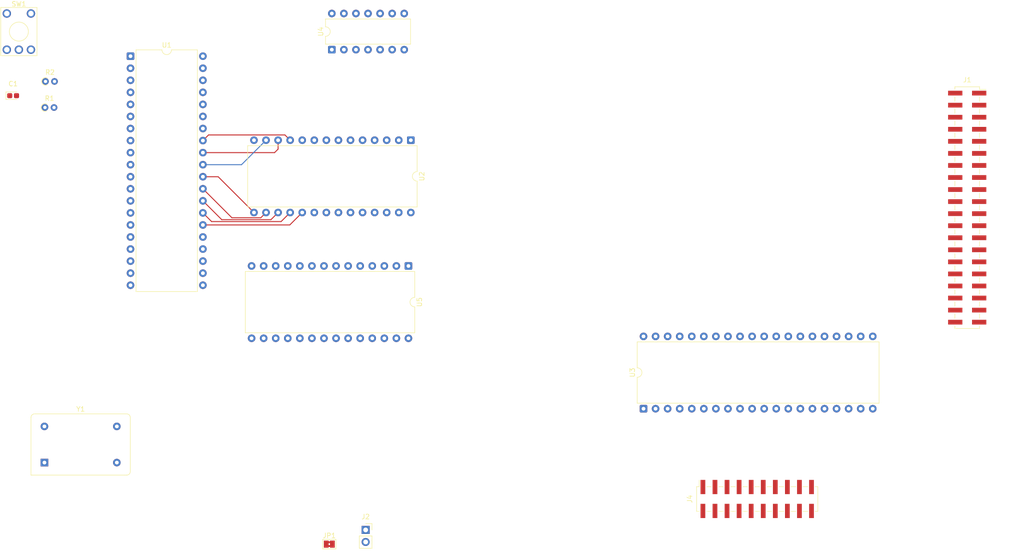
<source format=kicad_pcb>
(kicad_pcb (version 20241229) (generator "pcbnew") (generator_version "9.0")
  (layers (0 "F.Cu" signal) (2 "B.Cu" signal) (13 "F.Paste" user) (15 "B.Paste" user) (5 "F.SilkS" user "F.Silkscreen") (7 "B.SilkS" user "B.Silkscreen") (1 "F.Mask" user) (3 "B.Mask" user) (25 "Edge.Cuts" user))
  (net 0 "")
  (net 1 "RESET")
  (net 8 "Net-(U1-RDY)")
  (net 19 "CLOCK")
  (net 26 "Net-(J2-Pin_1)")
  (net 28 "Net-(J4-Pin_17)")
  (net 29 "Net-(J4-Pin_11)")
  (net 30 "Net-(J4-Pin_16)")
  (net 31 "Net-(J4-Pin_3)")
  (net 32 "Net-(J4-Pin_1)")
  (net 33 "Net-(J4-Pin_20)")
  (net 34 "Net-(J4-Pin_18)")
  (net 35 "Net-(J4-Pin_8)")
  (net 36 "Net-(J4-Pin_19)")
  (net 37 "Net-(J4-Pin_4)")
  (net 38 "Net-(J4-Pin_9)")
  (net 39 "Net-(J4-Pin_6)")
  (net 40 "Net-(J4-Pin_10)")
  (net 41 "Net-(J4-Pin_15)")
  (net 42 "Net-(J4-Pin_13)")
  (net 43 "Net-(J4-Pin_5)")
  (net 44 "Net-(J4-Pin_14)")
  (net 46 "+5V")
  (net 47 "GND")
  (net 48 "/A1")
  (net 49 "/A2")
  (net 50 "/A0")
  (net 51 "/A4")
  (net 52 "/A3")
  (net 53 "/D3")
  (net 54 "/D4")
  (net 55 "/A5")
  (net 56 "/A7")
  (net 57 "/A12")
  (net 58 "/A14")
  (net 59 "/D1")
  (net 60 "/D0")
  (net 61 "/A8")
  (net 62 "/A15")
  (net 63 "/A6")
  (net 64 "/A11")
  (net 65 "/A13")
  (net 66 "/A10")
  (net 67 "/D2")
  (net 68 "/D6")
  (net 69 "/D7")
  (net 70 "/D5")
  (net 71 "/A9")
  (net 72 "Net-(J4-Pin_7)")
  (net 73 "Net-(J4-Pin_12)")
  (net 74 "Net-(J4-Pin_2)")
  (net 75 "Net-(JP1-A)")
  (net 76 "Net-(U1-R{slash}~{W})")
  (net 77 "Net-(U2-C{slash}E)")
  (net 78 "Net-(U3-~{CS2})")
  (net 80 "Net-(U5-~{CS})")
  (footprint "Jumper:SolderJumper-2_P1.3mm_Bridged2Bar_Pad1.0x1.5mm" (layer "F.Cu") (at 101.85 166.5)
    (property "Reference" "JP1" (at 0 -1.8 0) (layer "F.SilkS"))
    (property "Value" "Jumper_3_Open")
    (fp_poly (pts (xy -0.25 -0.6) (xy 0.25 -0.6) (xy 0.25 -0.2) (xy -0.25 -0.2)) (fill yes) (layer "F.Cu"))
    (fp_poly (pts (xy -0.25 0.2) (xy 0.25 0.2) (xy 0.25 0.6) (xy -0.25 0.6)) (fill yes) (layer "F.Cu"))
    (fp_line (start -1.4 -1) (end 1.4 -1) (stroke (width 0.12)) (layer "F.SilkS"))
    (fp_line (start -1.4 1) (end -1.4 -1) (stroke (width 0.12)) (layer "F.SilkS"))
    (fp_line (start 1.4 -1) (end 1.4 1) (stroke (width 0.12)) (layer "F.SilkS"))
    (fp_line (start 1.4 1) (end -1.4 1) (stroke (width 0.12)) (layer "F.SilkS"))
    (pad "1" smd rect (at -0.65 0) (size 1 1.5) (layers "F.Cu" "F.Mask") (net 75 "Net-(JP1-A)"))
    (pad "2" smd rect (at 0.65 0) (size 1 1.5) (layers "F.Cu" "F.Mask") (net 19 "CLOCK"))
  )
  (footprint "Connector_PinSocket_2.54mm:PinSocket_2x20_P2.54mm_Vertical_SMD" (layer "F.Cu") (at 236.14 95.59)
    (property "Reference" "J1" (at 0 -26.9 0) (layer "F.SilkS"))
    (property "Value" "Conn_02x20_Counter_Clockwise")
    (fp_line (start -2.6 -25.46) (end -2.6 -24.89) (stroke (width 0.12)) (layer "F.SilkS"))
    (fp_line (start -2.6 -25.46) (end 2.6 -25.46) (stroke (width 0.12)) (layer "F.SilkS"))
    (fp_line (start -2.6 -23.37) (end -2.6 -22.35) (stroke (width 0.12)) (layer "F.SilkS"))
    (fp_line (start -2.6 -20.83) (end -2.6 -19.81) (stroke (width 0.12)) (layer "F.SilkS"))
    (fp_line (start -2.6 -18.29) (end -2.6 -17.27) (stroke (width 0.12)) (layer "F.SilkS"))
    (fp_line (start -2.6 -15.75) (end -2.6 -14.73) (stroke (width 0.12)) (layer "F.SilkS"))
    (fp_line (start -2.6 -13.21) (end -2.6 -12.19) (stroke (width 0.12)) (layer "F.SilkS"))
    (fp_line (start -2.6 -10.67) (end -2.6 -9.65) (stroke (width 0.12)) (layer "F.SilkS"))
    (fp_line (start -2.6 -8.13) (end -2.6 -7.11) (stroke (width 0.12)) (layer "F.SilkS"))
    (fp_line (start -2.6 -5.59) (end -2.6 -4.57) (stroke (width 0.12)) (layer "F.SilkS"))
    (fp_line (start -2.6 -3.05) (end -2.6 -2.03) (stroke (width 0.12)) (layer "F.SilkS"))
    (fp_line (start -2.6 -0.51) (end -2.6 0.51) (stroke (width 0.12)) (layer "F.SilkS"))
    (fp_line (start -2.6 2.03) (end -2.6 3.05) (stroke (width 0.12)) (layer "F.SilkS"))
    (fp_line (start -2.6 4.57) (end -2.6 5.59) (stroke (width 0.12)) (layer "F.SilkS"))
    (fp_line (start -2.6 7.11) (end -2.6 8.13) (stroke (width 0.12)) (layer "F.SilkS"))
    (fp_line (start -2.6 9.65) (end -2.6 10.67) (stroke (width 0.12)) (layer "F.SilkS"))
    (fp_line (start -2.6 12.19) (end -2.6 13.21) (stroke (width 0.12)) (layer "F.SilkS"))
    (fp_line (start -2.6 14.73) (end -2.6 15.75) (stroke (width 0.12)) (layer "F.SilkS"))
    (fp_line (start -2.6 17.27) (end -2.6 18.29) (stroke (width 0.12)) (layer "F.SilkS"))
    (fp_line (start -2.6 19.81) (end -2.6 20.83) (stroke (width 0.12)) (layer "F.SilkS"))
    (fp_line (start -2.6 22.35) (end -2.6 23.37) (stroke (width 0.12)) (layer "F.SilkS"))
    (fp_line (start -2.6 24.89) (end -2.6 25.46) (stroke (width 0.12)) (layer "F.SilkS"))
    (fp_line (start -2.6 25.46) (end 2.6 25.46) (stroke (width 0.12)) (layer "F.SilkS"))
    (fp_line (start 2.6 -25.46) (end 2.6 -24.89) (stroke (width 0.12)) (layer "F.SilkS"))
    (fp_line (start 2.6 -24.89) (end 3.96 -24.89) (stroke (width 0.12)) (layer "F.SilkS"))
    (fp_line (start 2.6 -23.37) (end 2.6 -22.35) (stroke (width 0.12)) (layer "F.SilkS"))
    (fp_line (start 2.6 -20.83) (end 2.6 -19.81) (stroke (width 0.12)) (layer "F.SilkS"))
    (fp_line (start 2.6 -18.29) (end 2.6 -17.27) (stroke (width 0.12)) (layer "F.SilkS"))
    (fp_line (start 2.6 -15.75) (end 2.6 -14.73) (stroke (width 0.12)) (layer "F.SilkS"))
    (fp_line (start 2.6 -13.21) (end 2.6 -12.19) (stroke (width 0.12)) (layer "F.SilkS"))
    (fp_line (start 2.6 -10.67) (end 2.6 -9.65) (stroke (width 0.12)) (layer "F.SilkS"))
    (fp_line (start 2.6 -8.13) (end 2.6 -7.11) (stroke (width 0.12)) (layer "F.SilkS"))
    (fp_line (start 2.6 -5.59) (end 2.6 -4.57) (stroke (width 0.12)) (layer "F.SilkS"))
    (fp_line (start 2.6 -3.05) (end 2.6 -2.03) (stroke (width 0.12)) (layer "F.SilkS"))
    (fp_line (start 2.6 -0.51) (end 2.6 0.51) (stroke (width 0.12)) (layer "F.SilkS"))
    (fp_line (start 2.6 2.03) (end 2.6 3.05) (stroke (width 0.12)) (layer "F.SilkS"))
    (fp_line (start 2.6 4.57) (end 2.6 5.59) (stroke (width 0.12)) (layer "F.SilkS"))
    (fp_line (start 2.6 7.11) (end 2.6 8.13) (stroke (width 0.12)) (layer "F.SilkS"))
    (fp_line (start 2.6 9.65) (end 2.6 10.67) (stroke (width 0.12)) (layer "F.SilkS"))
    (fp_line (start 2.6 12.19) (end 2.6 13.21) (stroke (width 0.12)) (layer "F.SilkS"))
    (fp_line (start 2.6 14.73) (end 2.6 15.75) (stroke (width 0.12)) (layer "F.SilkS"))
    (fp_line (start 2.6 17.27) (end 2.6 18.29) (stroke (width 0.12)) (layer "F.SilkS"))
    (fp_line (start 2.6 19.81) (end 2.6 20.83) (stroke (width 0.12)) (layer "F.SilkS"))
    (fp_line (start 2.6 22.35) (end 2.6 23.37) (stroke (width 0.12)) (layer "F.SilkS"))
    (fp_line (start 2.6 24.89) (end 2.6 25.46) (stroke (width 0.12)) (layer "F.SilkS"))
    (pad "1" smd rect (at 2.52 -24.13) (size 3 1) (layers "F.Cu" "F.Mask" "F.Paste"))
    (pad "2" smd rect (at -2.52 -24.13) (size 3 1) (layers "F.Cu" "F.Mask" "F.Paste") (net 50 "/A0"))
    (pad "3" smd rect (at 2.52 -21.59) (size 3 1) (layers "F.Cu" "F.Mask" "F.Paste") (net 48 "/A1"))
    (pad "4" smd rect (at -2.52 -21.59) (size 3 1) (layers "F.Cu" "F.Mask" "F.Paste") (net 49 "/A2"))
    (pad "5" smd rect (at 2.52 -19.05) (size 3 1) (layers "F.Cu" "F.Mask" "F.Paste") (net 52 "/A3"))
    (pad "6" smd rect (at -2.52 -19.05) (size 3 1) (layers "F.Cu" "F.Mask" "F.Paste") (net 51 "/A4"))
    (pad "7" smd rect (at 2.52 -16.51) (size 3 1) (layers "F.Cu" "F.Mask" "F.Paste") (net 55 "/A5"))
    (pad "8" smd rect (at -2.52 -16.51) (size 3 1) (layers "F.Cu" "F.Mask" "F.Paste") (net 63 "/A6"))
    (pad "9" smd rect (at 2.52 -13.97) (size 3 1) (layers "F.Cu" "F.Mask" "F.Paste") (net 56 "/A7"))
    (pad "10" smd rect (at -2.52 -13.97) (size 3 1) (layers "F.Cu" "F.Mask" "F.Paste") (net 61 "/A8"))
    (pad "11" smd rect (at 2.52 -11.43) (size 3 1) (layers "F.Cu" "F.Mask" "F.Paste") (net 71 "/A9"))
    (pad "12" smd rect (at -2.52 -11.43) (size 3 1) (layers "F.Cu" "F.Mask" "F.Paste") (net 66 "/A10"))
    (pad "13" smd rect (at 2.52 -8.89) (size 3 1) (layers "F.Cu" "F.Mask" "F.Paste") (net 64 "/A11"))
    (pad "14" smd rect (at -2.52 -8.89) (size 3 1) (layers "F.Cu" "F.Mask" "F.Paste") (net 57 "/A12"))
    (pad "15" smd rect (at 2.52 -6.35) (size 3 1) (layers "F.Cu" "F.Mask" "F.Paste") (net 65 "/A13"))
    (pad "16" smd rect (at -2.52 -6.35) (size 3 1) (layers "F.Cu" "F.Mask" "F.Paste") (net 58 "/A14"))
    (pad "17" smd rect (at 2.52 -3.81) (size 3 1) (layers "F.Cu" "F.Mask" "F.Paste") (net 62 "/A15"))
    (pad "18" smd rect (at -2.52 -3.81) (size 3 1) (layers "F.Cu" "F.Mask" "F.Paste"))
    (pad "19" smd rect (at 2.52 -1.27) (size 3 1) (layers "F.Cu" "F.Mask" "F.Paste"))
    (pad "20" smd rect (at -2.52 -1.27) (size 3 1) (layers "F.Cu" "F.Mask" "F.Paste") (net 47 "GND"))
    (pad "21" smd rect (at 2.52 1.27) (size 3 1) (layers "F.Cu" "F.Mask" "F.Paste") (net 19 "CLOCK"))
    (pad "22" smd rect (at -2.52 1.27) (size 3 1) (layers "F.Cu" "F.Mask" "F.Paste"))
    (pad "23" smd rect (at 2.52 3.81) (size 3 1) (layers "F.Cu" "F.Mask" "F.Paste"))
    (pad "24" smd rect (at -2.52 3.81) (size 3 1) (layers "F.Cu" "F.Mask" "F.Paste"))
    (pad "25" smd rect (at 2.52 6.35) (size 3 1) (layers "F.Cu" "F.Mask" "F.Paste"))
    (pad "26" smd rect (at -2.52 6.35) (size 3 1) (layers "F.Cu" "F.Mask" "F.Paste"))
    (pad "27" smd rect (at 2.52 8.89) (size 3 1) (layers "F.Cu" "F.Mask" "F.Paste"))
    (pad "28" smd rect (at -2.52 8.89) (size 3 1) (layers "F.Cu" "F.Mask" "F.Paste"))
    (pad "29" smd rect (at 2.52 11.43) (size 3 1) (layers "F.Cu" "F.Mask" "F.Paste"))
    (pad "30" smd rect (at -2.52 11.43) (size 3 1) (layers "F.Cu" "F.Mask" "F.Paste"))
    (pad "31" smd rect (at 2.52 13.97) (size 3 1) (layers "F.Cu" "F.Mask" "F.Paste"))
    (pad "32" smd rect (at -2.52 13.97) (size 3 1) (layers "F.Cu" "F.Mask" "F.Paste") (net 69 "/D7"))
    (pad "33" smd rect (at 2.52 16.51) (size 3 1) (layers "F.Cu" "F.Mask" "F.Paste") (net 68 "/D6"))
    (pad "34" smd rect (at -2.52 16.51) (size 3 1) (layers "F.Cu" "F.Mask" "F.Paste") (net 70 "/D5"))
    (pad "35" smd rect (at 2.52 19.05) (size 3 1) (layers "F.Cu" "F.Mask" "F.Paste") (net 54 "/D4"))
    (pad "36" smd rect (at -2.52 19.05) (size 3 1) (layers "F.Cu" "F.Mask" "F.Paste") (net 53 "/D3"))
    (pad "37" smd rect (at 2.52 21.59) (size 3 1) (layers "F.Cu" "F.Mask" "F.Paste") (net 67 "/D2"))
    (pad "38" smd rect (at -2.52 21.59) (size 3 1) (layers "F.Cu" "F.Mask" "F.Paste") (net 59 "/D1"))
    (pad "39" smd rect (at 2.52 24.13) (size 3 1) (layers "F.Cu" "F.Mask" "F.Paste") (net 60 "/D0"))
    (pad "40" smd rect (at -2.52 24.13) (size 3 1) (layers "F.Cu" "F.Mask" "F.Paste"))
  )
  (footprint "Button_Switch_THT:KSA_Tactile_SPST" (layer "F.Cu") (at 33.96 54.69)
    (property "Reference" "SW1" (at 2.54 -2 0) (layer "F.SilkS"))
    (property "Value" "Reset")
    (fp_line (start -1.27 -1.27) (end -1.27 8.89) (stroke (width 0.12)) (layer "F.SilkS"))
    (fp_line (start -1.27 -1.27) (end 6.35 -1.27) (stroke (width 0.12)) (layer "F.SilkS"))
    (fp_line (start -1.27 8.89) (end 6.35 8.89) (stroke (width 0.12)) (layer "F.SilkS"))
    (fp_line (start 6.35 8.89) (end 6.35 -1.27) (stroke (width 0.12)) (layer "F.SilkS"))
    (fp_circle (center 2.54 3.81) (end 0.54 3.81) (stroke (width 0.12)) (fill no) (layer "F.SilkS"))
    (pad "1" thru_hole circle (at 0 0) (size 1.778 1.778) (drill 1.143) (layers "*.Cu" "*.Mask") (net 47 "GND"))
    (pad "2" thru_hole circle (at 5.08 0) (size 1.778 1.778) (drill 1.143) (layers "*.Cu" "*.Mask") (net 1 "RESET"))
    (pad "3" thru_hole circle (at 5.08 7.62) (size 1.778 1.778) (drill 1.143) (layers "*.Cu" "*.Mask"))
    (pad "4" thru_hole circle (at 2.54 7.62) (size 1.778 1.778) (drill 1.143) (layers "*.Cu" "*.Mask"))
    (pad "5" thru_hole circle (at 0 7.62) (size 1.778 1.778) (drill 1.143) (layers "*.Cu" "*.Mask"))
  )
  (footprint "Package_DIP:DIP-14_W7.62mm" (layer "F.Cu") (at 102.38 62.305 90)
    (property "Reference" "U4" (at 3.81 -2.33 90) (layer "F.SilkS"))
    (property "Value" "74HC00")
    (fp_line (start 6.46 -1.33) (end 4.81 -1.33) (stroke (width 0.12)) (layer "F.SilkS"))
    (fp_line (start 2.81 -1.33) (end 1.16 -1.33) (stroke (width 0.12)) (layer "F.SilkS"))
    (fp_line (start 1.16 -1.33) (end 1.16 16.57) (stroke (width 0.12)) (layer "F.SilkS"))
    (fp_line (start 6.46 16.57) (end 6.46 -1.33) (stroke (width 0.12)) (layer "F.SilkS"))
    (fp_line (start 1.16 16.57) (end 6.46 16.57) (stroke (width 0.12)) (layer "F.SilkS"))
    (fp_arc (start 4.81 -1.33) (mid 3.81 -0.33) (end 2.81 -1.33) (stroke (width 0.12)) (layer "F.SilkS"))
    (pad "1" thru_hole roundrect (at 0 0 90) (size 1.6 1.6) (drill 0.8) (layers "*.Cu" "*.Mask") (roundrect_rratio 0.15625) (net 62 "/A15"))
    (pad "2" thru_hole circle (at 0 2.54 90) (size 1.6 1.6) (drill 0.8) (layers "*.Cu" "*.Mask") (net 62 "/A15"))
    (pad "3" thru_hole circle (at 0 5.08 90) (size 1.6 1.6) (drill 0.8) (layers "*.Cu" "*.Mask") (net 77 "Net-(U2-C{slash}E)"))
    (pad "4" thru_hole circle (at 0 7.62 90) (size 1.6 1.6) (drill 0.8) (layers "*.Cu" "*.Mask") (net 58 "/A14"))
    (pad "5" thru_hole circle (at 0 10.16 90) (size 1.6 1.6) (drill 0.8) (layers "*.Cu" "*.Mask") (net 77 "Net-(U2-C{slash}E)"))
    (pad "6" thru_hole circle (at 0 12.7 90) (size 1.6 1.6) (drill 0.8) (layers "*.Cu" "*.Mask") (net 78 "Net-(U3-~{CS2})"))
    (pad "7" thru_hole circle (at 0 15.24 90) (size 1.6 1.6) (drill 0.8) (layers "*.Cu" "*.Mask") (net 47 "GND"))
    (pad "8" thru_hole circle (at 7.62 15.24 90) (size 1.6 1.6) (drill 0.8) (layers "*.Cu" "*.Mask") (net 80 "Net-(U5-~{CS})"))
    (pad "9" thru_hole circle (at 7.62 12.7 90) (size 1.6 1.6) (drill 0.8) (layers "*.Cu" "*.Mask") (net 19 "CLOCK"))
    (pad "10" thru_hole circle (at 7.62 10.16 90) (size 1.6 1.6) (drill 0.8) (layers "*.Cu" "*.Mask") (net 77 "Net-(U2-C{slash}E)"))
    (pad "11" thru_hole circle (at 7.62 7.62 90) (size 1.6 1.6) (drill 0.8) (layers "*.Cu" "*.Mask"))
    (pad "12" thru_hole circle (at 7.62 5.08 90) (size 1.6 1.6) (drill 0.8) (layers "*.Cu" "*.Mask"))
    (pad "13" thru_hole circle (at 7.62 2.54 90) (size 1.6 1.6) (drill 0.8) (layers "*.Cu" "*.Mask"))
    (pad "14" thru_hole circle (at 7.62 0 90) (size 1.6 1.6) (drill 0.8) (layers "*.Cu" "*.Mask") (net 46 "+5V"))
  )
  (footprint "Connector_PinSocket_2.54mm:PinSocket_2x10_P2.54mm_Vertical_SMD" (layer "F.Cu") (at 191.93 156.98 90)
    (property "Reference" "J4" (at 0 -14.2 90) (layer "F.SilkS"))
    (property "Value" "Conn_02x10_Counter_Clockwise")
    (fp_line (start 2.6 -12.76) (end 2.6 -12.19) (stroke (width 0.12)) (layer "F.SilkS"))
    (fp_line (start -2.6 -12.76) (end 2.6 -12.76) (stroke (width 0.12)) (layer "F.SilkS"))
    (fp_line (start -2.6 -12.76) (end -2.6 -12.19) (stroke (width 0.12)) (layer "F.SilkS"))
    (fp_line (start 2.6 -12.19) (end 3.96 -12.19) (stroke (width 0.12)) (layer "F.SilkS"))
    (fp_line (start 2.6 -10.67) (end 2.6 -9.65) (stroke (width 0.12)) (layer "F.SilkS"))
    (fp_line (start -2.6 -10.67) (end -2.6 -9.65) (stroke (width 0.12)) (layer "F.SilkS"))
    (fp_line (start 2.6 -8.13) (end 2.6 -7.11) (stroke (width 0.12)) (layer "F.SilkS"))
    (fp_line (start -2.6 -8.13) (end -2.6 -7.11) (stroke (width 0.12)) (layer "F.SilkS"))
    (fp_line (start 2.6 -5.59) (end 2.6 -4.57) (stroke (width 0.12)) (layer "F.SilkS"))
    (fp_line (start -2.6 -5.59) (end -2.6 -4.57) (stroke (width 0.12)) (layer "F.SilkS"))
    (fp_line (start 2.6 -3.05) (end 2.6 -2.03) (stroke (width 0.12)) (layer "F.SilkS"))
    (fp_line (start -2.6 -3.05) (end -2.6 -2.03) (stroke (width 0.12)) (layer "F.SilkS"))
    (fp_line (start 2.6 -0.51) (end 2.6 0.51) (stroke (width 0.12)) (layer "F.SilkS"))
    (fp_line (start -2.6 -0.51) (end -2.6 0.51) (stroke (width 0.12)) (layer "F.SilkS"))
    (fp_line (start 2.6 2.03) (end 2.6 3.05) (stroke (width 0.12)) (layer "F.SilkS"))
    (fp_line (start -2.6 2.03) (end -2.6 3.05) (stroke (width 0.12)) (layer "F.SilkS"))
    (fp_line (start 2.6 4.57) (end 2.6 5.59) (stroke (width 0.12)) (layer "F.SilkS"))
    (fp_line (start -2.6 4.57) (end -2.6 5.59) (stroke (width 0.12)) (layer "F.SilkS"))
    (fp_line (start 2.6 7.11) (end 2.6 8.13) (stroke (width 0.12)) (layer "F.SilkS"))
    (fp_line (start -2.6 7.11) (end -2.6 8.13) (stroke (width 0.12)) (layer "F.SilkS"))
    (fp_line (start 2.6 9.65) (end 2.6 10.67) (stroke (width 0.12)) (layer "F.SilkS"))
    (fp_line (start -2.6 9.65) (end -2.6 10.67) (stroke (width 0.12)) (layer "F.SilkS"))
    (fp_line (start 2.6 12.19) (end 2.6 12.76) (stroke (width 0.12)) (layer "F.SilkS"))
    (fp_line (start -2.6 12.19) (end -2.6 12.76) (stroke (width 0.12)) (layer "F.SilkS"))
    (fp_line (start -2.6 12.76) (end 2.6 12.76) (stroke (width 0.12)) (layer "F.SilkS"))
    (pad "1" smd rect (at 2.52 -11.43 90) (size 3 1) (layers "F.Cu" "F.Mask" "F.Paste") (net 32 "Net-(J4-Pin_1)"))
    (pad "2" smd rect (at -2.52 -11.43 90) (size 3 1) (layers "F.Cu" "F.Mask" "F.Paste") (net 74 "Net-(J4-Pin_2)"))
    (pad "3" smd rect (at 2.52 -8.89 90) (size 3 1) (layers "F.Cu" "F.Mask" "F.Paste") (net 31 "Net-(J4-Pin_3)"))
    (pad "4" smd rect (at -2.52 -8.89 90) (size 3 1) (layers "F.Cu" "F.Mask" "F.Paste") (net 37 "Net-(J4-Pin_4)"))
    (pad "5" smd rect (at 2.52 -6.35 90) (size 3 1) (layers "F.Cu" "F.Mask" "F.Paste") (net 43 "Net-(J4-Pin_5)"))
    (pad "6" smd rect (at -2.52 -6.35 90) (size 3 1) (layers "F.Cu" "F.Mask" "F.Paste") (net 39 "Net-(J4-Pin_6)"))
    (pad "7" smd rect (at 2.52 -3.81 90) (size 3 1) (layers "F.Cu" "F.Mask" "F.Paste") (net 72 "Net-(J4-Pin_7)"))
    (pad "8" smd rect (at -2.52 -3.81 90) (size 3 1) (layers "F.Cu" "F.Mask" "F.Paste") (net 35 "Net-(J4-Pin_8)"))
    (pad "9" smd rect (at 2.52 -1.27 90) (size 3 1) (layers "F.Cu" "F.Mask" "F.Paste") (net 38 "Net-(J4-Pin_9)"))
    (pad "10" smd rect (at -2.52 -1.27 90) (size 3 1) (layers "F.Cu" "F.Mask" "F.Paste") (net 40 "Net-(J4-Pin_10)"))
    (pad "11" smd rect (at 2.52 1.27 90) (size 3 1) (layers "F.Cu" "F.Mask" "F.Paste") (net 29 "Net-(J4-Pin_11)"))
    (pad "12" smd rect (at -2.52 1.27 90) (size 3 1) (layers "F.Cu" "F.Mask" "F.Paste") (net 73 "Net-(J4-Pin_12)"))
    (pad "13" smd rect (at 2.52 3.81 90) (size 3 1) (layers "F.Cu" "F.Mask" "F.Paste") (net 42 "Net-(J4-Pin_13)"))
    (pad "14" smd rect (at -2.52 3.81 90) (size 3 1) (layers "F.Cu" "F.Mask" "F.Paste") (net 44 "Net-(J4-Pin_14)"))
    (pad "15" smd rect (at 2.52 6.35 90) (size 3 1) (layers "F.Cu" "F.Mask" "F.Paste") (net 41 "Net-(J4-Pin_15)"))
    (pad "16" smd rect (at -2.52 6.35 90) (size 3 1) (layers "F.Cu" "F.Mask" "F.Paste") (net 30 "Net-(J4-Pin_16)"))
    (pad "17" smd rect (at 2.52 8.89 90) (size 3 1) (layers "F.Cu" "F.Mask" "F.Paste") (net 28 "Net-(J4-Pin_17)"))
    (pad "18" smd rect (at -2.52 8.89 90) (size 3 1) (layers "F.Cu" "F.Mask" "F.Paste") (net 34 "Net-(J4-Pin_18)"))
    (pad "19" smd rect (at 2.52 11.43 90) (size 3 1) (layers "F.Cu" "F.Mask" "F.Paste") (net 36 "Net-(J4-Pin_19)"))
    (pad "20" smd rect (at -2.52 11.43 90) (size 3 1) (layers "F.Cu" "F.Mask" "F.Paste") (net 33 "Net-(J4-Pin_20)"))
  )
  (footprint "Capacitor_Tantalum_SMD:CP_EIA-1608-08_AVX-J" (layer "F.Cu") (at 35.2875 72)
    (property "Reference" "C1" (at 0 -2.5 0) (layer "F.SilkS"))
    (property "Value" "0.1uF")
    (fp_line (start -1.51 -0.785) (end -1.51 0.785) (stroke (width 0.12)) (layer "F.SilkS"))
    (fp_line (start -1.51 0.785) (end 0.8 0.785) (stroke (width 0.12)) (layer "F.SilkS"))
    (fp_line (start 0.8 -0.785) (end -1.51 -0.785) (stroke (width 0.12)) (layer "F.SilkS"))
    (pad "1" smd roundrect (at -0.7125 0) (size 1.075 1.05) (layers "F.Cu" "F.Mask" "F.Paste") (roundrect_rratio 0.238095) (net 1 "RESET"))
    (pad "2" smd roundrect (at 0.7125 0) (size 1.075 1.05) (layers "F.Cu" "F.Mask" "F.Paste") (roundrect_rratio 0.238095) (net 47 "GND"))
  )
  (footprint "Package_DIP:DIP-28_W15.24mm" (layer "F.Cu") (at 119.01 81.38 -90)
    (property "Reference" "U2" (at 7.62 -2.33 90) (layer "F.SilkS"))
    (property "Value" "AT28C256-15PU")
    (fp_line (start 1.16 34.35) (end 14.08 34.35) (stroke (width 0.12)) (layer "F.SilkS"))
    (fp_line (start 14.08 34.35) (end 14.08 -1.33) (stroke (width 0.12)) (layer "F.SilkS"))
    (fp_line (start 1.16 -1.33) (end 1.16 34.35) (stroke (width 0.12)) (layer "F.SilkS"))
    (fp_line (start 6.62 -1.33) (end 1.16 -1.33) (stroke (width 0.12)) (layer "F.SilkS"))
    (fp_line (start 14.08 -1.33) (end 8.62 -1.33) (stroke (width 0.12)) (layer "F.SilkS"))
    (fp_arc (start 8.62 -1.33) (mid 7.62 -0.33) (end 6.62 -1.33) (stroke (width 0.12)) (layer "F.SilkS"))
    (pad "1" thru_hole roundrect (at 0 0 270) (size 1.6 1.6) (drill 0.8) (layers "*.Cu" "*.Mask") (roundrect_rratio 0.15625) (net 58 "/A14"))
    (pad "2" thru_hole circle (at 0 2.54 270) (size 1.6 1.6) (drill 0.8) (layers "*.Cu" "*.Mask") (net 57 "/A12"))
    (pad "3" thru_hole circle (at 0 5.08 270) (size 1.6 1.6) (drill 0.8) (layers "*.Cu" "*.Mask") (net 56 "/A7"))
    (pad "4" thru_hole circle (at 0 7.62 270) (size 1.6 1.6) (drill 0.8) (layers "*.Cu" "*.Mask") (net 63 "/A6"))
    (pad "5" thru_hole circle (at 0 10.16 270) (size 1.6 1.6) (drill 0.8) (layers "*.Cu" "*.Mask") (net 55 "/A5"))
    (pad "6" thru_hole circle (at 0 12.7 270) (size 1.6 1.6) (drill 0.8) (layers "*.Cu" "*.Mask") (net 51 "/A4"))
    (pad "7" thru_hole circle (at 0 15.24 270) (size 1.6 1.6) (drill 0.8) (layers "*.Cu" "*.Mask") (net 52 "/A3"))
    (pad "8" thru_hole circle (at 0 17.78 270) (size 1.6 1.6) (drill 0.8) (layers "*.Cu" "*.Mask") (net 49 "/A2"))
    (pad "9" thru_hole circle (at 0 20.32 270) (size 1.6 1.6) (drill 0.8) (layers "*.Cu" "*.Mask") (net 48 "/A1"))
    (pad "10" thru_hole circle (at 0 22.86 270) (size 1.6 1.6) (drill 0.8) (layers "*.Cu" "*.Mask") (net 50 "/A0"))
    (pad "11" thru_hole circle (at 0 25.4 270) (size 1.6 1.6) (drill 0.8) (layers "*.Cu" "*.Mask") (net 60 "/D0"))
    (pad "12" thru_hole circle (at 0 27.94 270) (size 1.6 1.6) (drill 0.8) (layers "*.Cu" "*.Mask") (net 59 "/D1"))
    (pad "13" thru_hole circle (at 0 30.48 270) (size 1.6 1.6) (drill 0.8) (layers "*.Cu" "*.Mask") (net 67 "/D2"))
    (pad "14" thru_hole circle (at 0 33.02 270) (size 1.6 1.6) (drill 0.8) (layers "*.Cu" "*.Mask") (net 47 "GND"))
    (pad "15" thru_hole circle (at 15.24 33.02 270) (size 1.6 1.6) (drill 0.8) (layers "*.Cu" "*.Mask") (net 53 "/D3"))
    (pad "16" thru_hole circle (at 15.24 30.48 270) (size 1.6 1.6) (drill 0.8) (layers "*.Cu" "*.Mask") (net 54 "/D4"))
    (pad "17" thru_hole circle (at 15.24 27.94 270) (size 1.6 1.6) (drill 0.8) (layers "*.Cu" "*.Mask") (net 70 "/D5"))
    (pad "18" thru_hole circle (at 15.24 25.4 270) (size 1.6 1.6) (drill 0.8) (layers "*.Cu" "*.Mask") (net 68 "/D6"))
    (pad "19" thru_hole circle (at 15.24 22.86 270) (size 1.6 1.6) (drill 0.8) (layers "*.Cu" "*.Mask") (net 69 "/D7"))
    (pad "20" thru_hole circle (at 15.24 20.32 270) (size 1.6 1.6) (drill 0.8) (layers "*.Cu" "*.Mask") (net 77 "Net-(U2-C{slash}E)"))
    (pad "21" thru_hole circle (at 15.24 17.78 270) (size 1.6 1.6) (drill 0.8) (layers "*.Cu" "*.Mask") (net 66 "/A10"))
    (pad "22" thru_hole circle (at 15.24 15.24 270) (size 1.6 1.6) (drill 0.8) (layers "*.Cu" "*.Mask") (net 47 "GND"))
    (pad "23" thru_hole circle (at 15.24 12.7 270) (size 1.6 1.6) (drill 0.8) (layers "*.Cu" "*.Mask") (net 64 "/A11"))
    (pad "24" thru_hole circle (at 15.24 10.16 270) (size 1.6 1.6) (drill 0.8) (layers "*.Cu" "*.Mask") (net 71 "/A9"))
    (pad "25" thru_hole circle (at 15.24 7.62 270) (size 1.6 1.6) (drill 0.8) (layers "*.Cu" "*.Mask") (net 61 "/A8"))
    (pad "26" thru_hole circle (at 15.24 5.08 270) (size 1.6 1.6) (drill 0.8) (layers "*.Cu" "*.Mask") (net 65 "/A13"))
    (pad "27" thru_hole circle (at 15.24 2.54 270) (size 1.6 1.6) (drill 0.8) (layers "*.Cu" "*.Mask") (net 46 "+5V"))
    (pad "28" thru_hole circle (at 15.24 0 270) (size 1.6 1.6) (drill 0.8) (layers "*.Cu" "*.Mask") (net 46 "+5V"))
  )
  (footprint "Connector_PinSocket_2.54mm:PinSocket_1x02_P2.54mm_Vertical" (layer "F.Cu") (at 109.5 163.5)
    (property "Reference" "J2" (at 0 -2.77 0) (layer "F.SilkS"))
    (property "Value" "Conn_01x02_Pin")
    (fp_line (start -1.33 1.27) (end -1.33 3.87) (stroke (width 0.12)) (layer "F.SilkS"))
    (fp_line (start -1.33 1.27) (end 1.33 1.27) (stroke (width 0.12)) (layer "F.SilkS"))
    (fp_line (start -1.33 3.87) (end 1.33 3.87) (stroke (width 0.12)) (layer "F.SilkS"))
    (fp_line (start 0 -1.33) (end 1.33 -1.33) (stroke (width 0.12)) (layer "F.SilkS"))
    (fp_line (start 1.33 -1.33) (end 1.33 0) (stroke (width 0.12)) (layer "F.SilkS"))
    (fp_line (start 1.33 1.27) (end 1.33 3.87) (stroke (width 0.12)) (layer "F.SilkS"))
    (pad "1" thru_hole rect (at 0 0) (size 1.7 1.7) (drill 1) (layers "*.Cu" "*.Mask") (net 26 "Net-(J2-Pin_1)"))
    (pad "2" thru_hole oval (at 0 2.54) (size 1.7 1.7) (drill 1) (layers "*.Cu" "*.Mask"))
  )
  (footprint "Resistor_THT:R_Axial_DIN0204_L3.6mm_D1.6mm_P1.90mm_Vertical" (layer "F.Cu") (at 42 74.5)
    (property "Reference" "R1" (at 0.95 -1.92 0) (layer "F.SilkS"))
    (property "Value" "1k")
    (fp_arc (start 0.320095 0.749359) (mid -0.813042 -0.054435) (end 0.417133 -0.7) (stroke (width 0.12)) (layer "F.SilkS"))
    (pad "1" thru_hole circle (at 0 0) (size 1.4 1.4) (drill 0.7) (layers "*.Cu" "*.Mask") (net 46 "+5V"))
    (pad "2" thru_hole oval (at 1.9 0) (size 1.4 1.4) (drill 0.7) (layers "*.Cu" "*.Mask") (net 8 "Net-(U1-RDY)"))
  )
  (footprint "Oscillator:Oscillator_DIP-14" (layer "F.Cu") (at 41.88 149.31)
    (property "Reference" "Y1" (at 7.62 -11.26 0) (layer "F.SilkS"))
    (property "Value" "ACO-1MHz")
    (fp_line (start -2.83 -9.51) (end -2.83 2.64) (stroke (width 0.12)) (layer "F.SilkS"))
    (fp_line (start -2.83 2.64) (end 17.32 2.64) (stroke (width 0.12)) (layer "F.SilkS"))
    (fp_line (start 17.32 -10.26) (end -2.08 -10.26) (stroke (width 0.12)) (layer "F.SilkS"))
    (fp_line (start 18.07 1.89) (end 18.07 -9.51) (stroke (width 0.12)) (layer "F.SilkS"))
    (fp_arc (start -2.83 -9.51) (mid -2.61033 -10.04033) (end -2.08 -10.26) (stroke (width 0.12)) (layer "F.SilkS"))
    (fp_arc (start 17.32 -10.26) (mid 17.85033 -10.04033) (end 18.07 -9.51) (stroke (width 0.12)) (layer "F.SilkS"))
    (fp_arc (start 18.07 1.89) (mid 17.85033 2.42033) (end 17.32 2.64) (stroke (width 0.12)) (layer "F.SilkS"))
    (pad "1" thru_hole rect (at 0 0) (size 1.6 1.6) (drill 0.8) (layers "*.Cu" "*.Mask"))
    (pad "7" thru_hole circle (at 15.24 0) (size 1.6 1.6) (drill 0.8) (layers "*.Cu" "*.Mask") (net 47 "GND"))
    (pad "8" thru_hole circle (at 15.24 -7.62) (size 1.6 1.6) (drill 0.8) (layers "*.Cu" "*.Mask") (net 75 "Net-(JP1-A)"))
    (pad "14" thru_hole circle (at 0 -7.62) (size 1.6 1.6) (drill 0.8) (layers "*.Cu" "*.Mask") (net 46 "+5V"))
  )
  (footprint "Package_DIP:DIP-40_W15.24mm" (layer "F.Cu") (at 60 63.68)
    (property "Reference" "U1" (at 7.62 -2.33 0) (layer "F.SilkS"))
    (property "Value" "W65C02SxP")
    (fp_line (start 1.16 -1.33) (end 1.16 49.59) (stroke (width 0.12)) (layer "F.SilkS"))
    (fp_line (start 1.16 49.59) (end 14.08 49.59) (stroke (width 0.12)) (layer "F.SilkS"))
    (fp_line (start 6.62 -1.33) (end 1.16 -1.33) (stroke (width 0.12)) (layer "F.SilkS"))
    (fp_line (start 14.08 -1.33) (end 8.62 -1.33) (stroke (width 0.12)) (layer "F.SilkS"))
    (fp_line (start 14.08 49.59) (end 14.08 -1.33) (stroke (width 0.12)) (layer "F.SilkS"))
    (fp_arc (start 8.62 -1.33) (mid 7.62 -0.33) (end 6.62 -1.33) (stroke (width 0.12)) (layer "F.SilkS"))
    (pad "1" thru_hole roundrect (at 0 0) (size 1.6 1.6) (drill 0.8) (layers "*.Cu" "*.Mask") (roundrect_rratio 0.15625))
    (pad "2" thru_hole circle (at 0 2.54) (size 1.6 1.6) (drill 0.8) (layers "*.Cu" "*.Mask") (net 8 "Net-(U1-RDY)"))
    (pad "3" thru_hole circle (at 0 5.08) (size 1.6 1.6) (drill 0.8) (layers "*.Cu" "*.Mask"))
    (pad "4" thru_hole circle (at 0 7.62) (size 1.6 1.6) (drill 0.8) (layers "*.Cu" "*.Mask"))
    (pad "5" thru_hole circle (at 0 10.16) (size 1.6 1.6) (drill 0.8) (layers "*.Cu" "*.Mask"))
    (pad "6" thru_hole circle (at 0 12.7) (size 1.6 1.6) (drill 0.8) (layers "*.Cu" "*.Mask") (net 46 "+5V"))
    (pad "7" thru_hole circle (at 0 15.24) (size 1.6 1.6) (drill 0.8) (layers "*.Cu" "*.Mask"))
    (pad "8" thru_hole circle (at 0 17.78) (size 1.6 1.6) (drill 0.8) (layers "*.Cu" "*.Mask") (net 46 "+5V"))
    (pad "9" thru_hole circle (at 0 20.32) (size 1.6 1.6) (drill 0.8) (layers "*.Cu" "*.Mask") (net 50 "/A0"))
    (pad "10" thru_hole circle (at 0 22.86) (size 1.6 1.6) (drill 0.8) (layers "*.Cu" "*.Mask") (net 48 "/A1"))
    (pad "11" thru_hole circle (at 0 25.4) (size 1.6 1.6) (drill 0.8) (layers "*.Cu" "*.Mask") (net 49 "/A2"))
    (pad "12" thru_hole circle (at 0 27.94) (size 1.6 1.6) (drill 0.8) (layers "*.Cu" "*.Mask") (net 52 "/A3"))
    (pad "13" thru_hole circle (at 0 30.48) (size 1.6 1.6) (drill 0.8) (layers "*.Cu" "*.Mask") (net 51 "/A4"))
    (pad "14" thru_hole circle (at 0 33.02) (size 1.6 1.6) (drill 0.8) (layers "*.Cu" "*.Mask") (net 55 "/A5"))
    (pad "15" thru_hole circle (at 0 35.56) (size 1.6 1.6) (drill 0.8) (layers "*.Cu" "*.Mask") (net 63 "/A6"))
    (pad "16" thru_hole circle (at 0 38.1) (size 1.6 1.6) (drill 0.8) (layers "*.Cu" "*.Mask") (net 56 "/A7"))
    (pad "17" thru_hole circle (at 0 40.64) (size 1.6 1.6) (drill 0.8) (layers "*.Cu" "*.Mask") (net 61 "/A8"))
    (pad "18" thru_hole circle (at 0 43.18) (size 1.6 1.6) (drill 0.8) (layers "*.Cu" "*.Mask") (net 71 "/A9"))
    (pad "19" thru_hole circle (at 0 45.72) (size 1.6 1.6) (drill 0.8) (layers "*.Cu" "*.Mask") (net 66 "/A10"))
    (pad "20" thru_hole circle (at 0 48.26) (size 1.6 1.6) (drill 0.8) (layers "*.Cu" "*.Mask") (net 64 "/A11"))
    (pad "21" thru_hole circle (at 15.24 48.26) (size 1.6 1.6) (drill 0.8) (layers "*.Cu" "*.Mask") (net 47 "GND"))
    (pad "22" thru_hole circle (at 15.24 45.72) (size 1.6 1.6) (drill 0.8) (layers "*.Cu" "*.Mask") (net 57 "/A12"))
    (pad "23" thru_hole circle (at 15.24 43.18) (size 1.6 1.6) (drill 0.8) (layers "*.Cu" "*.Mask") (net 65 "/A13"))
    (pad "24" thru_hole circle (at 15.24 40.64) (size 1.6 1.6) (drill 0.8) (layers "*.Cu" "*.Mask") (net 58 "/A14"))
    (pad "25" thru_hole circle (at 15.24 38.1) (size 1.6 1.6) (drill 0.8) (layers "*.Cu" "*.Mask") (net 62 "/A15"))
    (pad "26" thru_hole circle (at 15.24 35.56) (size 1.6 1.6) (drill 0.8) (layers "*.Cu" "*.Mask") (net 69 "/D7"))
    (pad "27" thru_hole circle (at 15.24 33.02) (size 1.6 1.6) (drill 0.8) (layers "*.Cu" "*.Mask") (net 68 "/D6"))
    (pad "28" thru_hole circle (at 15.24 30.48) (size 1.6 1.6) (drill 0.8) (layers "*.Cu" "*.Mask") (net 70 "/D5"))
    (pad "29" thru_hole circle (at 15.24 27.94) (size 1.6 1.6) (drill 0.8) (layers "*.Cu" "*.Mask") (net 54 "/D4"))
    (pad "30" thru_hole circle (at 15.24 25.4) (size 1.6 1.6) (drill 0.8) (layers "*.Cu" "*.Mask") (net 53 "/D3"))
    (pad "31" thru_hole circle (at 15.24 22.86) (size 1.6 1.6) (drill 0.8) (layers "*.Cu" "*.Mask") (net 67 "/D2"))
    (pad "32" thru_hole circle (at 15.24 20.32) (size 1.6 1.6) (drill 0.8) (layers "*.Cu" "*.Mask") (net 59 "/D1"))
    (pad "33" thru_hole circle (at 15.24 17.78) (size 1.6 1.6) (drill 0.8) (layers "*.Cu" "*.Mask") (net 60 "/D0"))
    (pad "34" thru_hole circle (at 15.24 15.24) (size 1.6 1.6) (drill 0.8) (layers "*.Cu" "*.Mask") (net 76 "Net-(U1-R{slash}~{W})"))
    (pad "35" thru_hole circle (at 15.24 12.7) (size 1.6 1.6) (drill 0.8) (layers "*.Cu" "*.Mask"))
    (pad "36" thru_hole circle (at 15.24 10.16) (size 1.6 1.6) (drill 0.8) (layers "*.Cu" "*.Mask") (net 46 "+5V"))
    (pad "37" thru_hole circle (at 15.24 7.62) (size 1.6 1.6) (drill 0.8) (layers "*.Cu" "*.Mask") (net 19 "CLOCK"))
    (pad "38" thru_hole circle (at 15.24 5.08) (size 1.6 1.6) (drill 0.8) (layers "*.Cu" "*.Mask"))
    (pad "39" thru_hole circle (at 15.24 2.54) (size 1.6 1.6) (drill 0.8) (layers "*.Cu" "*.Mask"))
    (pad "40" thru_hole circle (at 15.24 0) (size 1.6 1.6) (drill 0.8) (layers "*.Cu" "*.Mask") (net 1 "RESET"))
  )
  (footprint "Package_DIP:DIP-40_W15.24mm" (layer "F.Cu") (at 167.995 137.96 90)
    (property "Reference" "U3" (at 7.62 -2.33 90) (layer "F.SilkS"))
    (property "Value" "W65C22NxP")
    (fp_line (start 14.08 -1.33) (end 8.62 -1.33) (stroke (width 0.12)) (layer "F.SilkS"))
    (fp_line (start 6.62 -1.33) (end 1.16 -1.33) (stroke (width 0.12)) (layer "F.SilkS"))
    (fp_line (start 1.16 -1.33) (end 1.16 49.59) (stroke (width 0.12)) (layer "F.SilkS"))
    (fp_line (start 14.08 49.59) (end 14.08 -1.33) (stroke (width 0.12)) (layer "F.SilkS"))
    (fp_line (start 1.16 49.59) (end 14.08 49.59) (stroke (width 0.12)) (layer "F.SilkS"))
    (fp_arc (start 8.62 -1.33) (mid 7.62 -0.33) (end 6.62 -1.33) (stroke (width 0.12)) (layer "F.SilkS"))
    (pad "1" thru_hole roundrect (at 0 0 90) (size 1.6 1.6) (drill 0.8) (layers "*.Cu" "*.Mask") (roundrect_rratio 0.15625) (net 47 "GND"))
    (pad "2" thru_hole circle (at 0 2.54 90) (size 1.6 1.6) (drill 0.8) (layers "*.Cu" "*.Mask") (net 32 "Net-(J4-Pin_1)"))
    (pad "3" thru_hole circle (at 0 5.08 90) (size 1.6 1.6) (drill 0.8) (layers "*.Cu" "*.Mask") (net 74 "Net-(J4-Pin_2)"))
    (pad "4" thru_hole circle (at 0 7.62 90) (size 1.6 1.6) (drill 0.8) (layers "*.Cu" "*.Mask") (net 31 "Net-(J4-Pin_3)"))
    (pad "5" thru_hole circle (at 0 10.16 90) (size 1.6 1.6) (drill 0.8) (layers "*.Cu" "*.Mask") (net 37 "Net-(J4-Pin_4)"))
    (pad "6" thru_hole circle (at 0 12.7 90) (size 1.6 1.6) (drill 0.8) (layers "*.Cu" "*.Mask") (net 43 "Net-(J4-Pin_5)"))
    (pad "7" thru_hole circle (at 0 15.24 90) (size 1.6 1.6) (drill 0.8) (layers "*.Cu" "*.Mask") (net 39 "Net-(J4-Pin_6)"))
    (pad "8" thru_hole circle (at 0 17.78 90) (size 1.6 1.6) (drill 0.8) (layers "*.Cu" "*.Mask") (net 72 "Net-(J4-Pin_7)"))
    (pad "9" thru_hole circle (at 0 20.32 90) (size 1.6 1.6) (drill 0.8) (layers "*.Cu" "*.Mask") (net 35 "Net-(J4-Pin_8)"))
    (pad "10" thru_hole circle (at 0 22.86 90) (size 1.6 1.6) (drill 0.8) (layers "*.Cu" "*.Mask") (net 33 "Net-(J4-Pin_20)"))
    (pad "11" thru_hole circle (at 0 25.4 90) (size 1.6 1.6) (drill 0.8) (layers "*.Cu" "*.Mask") (net 36 "Net-(J4-Pin_19)"))
    (pad "12" thru_hole circle (at 0 27.94 90) (size 1.6 1.6) (drill 0.8) (layers "*.Cu" "*.Mask") (net 34 "Net-(J4-Pin_18)"))
    (pad "13" thru_hole circle (at 0 30.48 90) (size 1.6 1.6) (drill 0.8) (layers "*.Cu" "*.Mask") (net 28 "Net-(J4-Pin_17)"))
    (pad "14" thru_hole circle (at 0 33.02 90) (size 1.6 1.6) (drill 0.8) (layers "*.Cu" "*.Mask") (net 30 "Net-(J4-Pin_16)"))
    (pad "15" thru_hole circle (at 0 35.56 90) (size 1.6 1.6) (drill 0.8) (layers "*.Cu" "*.Mask") (net 41 "Net-(J4-Pin_15)"))
    (pad "16" thru_hole circle (at 0 38.1 90) (size 1.6 1.6) (drill 0.8) (layers "*.Cu" "*.Mask") (net 44 "Net-(J4-Pin_14)"))
    (pad "17" thru_hole circle (at 0 40.64 90) (size 1.6 1.6) (drill 0.8) (layers "*.Cu" "*.Mask") (net 42 "Net-(J4-Pin_13)"))
    (pad "18" thru_hole circle (at 0 43.18 90) (size 1.6 1.6) (drill 0.8) (layers "*.Cu" "*.Mask") (net 73 "Net-(J4-Pin_12)"))
    (pad "19" thru_hole circle (at 0 45.72 90) (size 1.6 1.6) (drill 0.8) (layers "*.Cu" "*.Mask") (net 29 "Net-(J4-Pin_11)"))
    (pad "20" thru_hole circle (at 0 48.26 90) (size 1.6 1.6) (drill 0.8) (layers "*.Cu" "*.Mask") (net 46 "+5V"))
    (pad "21" thru_hole circle (at 15.24 48.26 90) (size 1.6 1.6) (drill 0.8) (layers "*.Cu" "*.Mask"))
    (pad "22" thru_hole circle (at 15.24 45.72 90) (size 1.6 1.6) (drill 0.8) (layers "*.Cu" "*.Mask") (net 76 "Net-(U1-R{slash}~{W})"))
    (pad "23" thru_hole circle (at 15.24 43.18 90) (size 1.6 1.6) (drill 0.8) (layers "*.Cu" "*.Mask") (net 78 "Net-(U3-~{CS2})"))
    (pad "24" thru_hole circle (at 15.24 40.64 90) (size 1.6 1.6) (drill 0.8) (layers "*.Cu" "*.Mask") (net 65 "/A13"))
    (pad "25" thru_hole circle (at 15.24 38.1 90) (size 1.6 1.6) (drill 0.8) (layers "*.Cu" "*.Mask") (net 19 "CLOCK"))
    (pad "26" thru_hole circle (at 15.24 35.56 90) (size 1.6 1.6) (drill 0.8) (layers "*.Cu" "*.Mask") (net 69 "/D7"))
    (pad "27" thru_hole circle (at 15.24 33.02 90) (size 1.6 1.6) (drill 0.8) (layers "*.Cu" "*.Mask") (net 68 "/D6"))
    (pad "28" thru_hole circle (at 15.24 30.48 90) (size 1.6 1.6) (drill 0.8) (layers "*.Cu" "*.Mask") (net 70 "/D5"))
    (pad "29" thru_hole circle (at 15.24 27.94 90) (size 1.6 1.6) (drill 0.8) (layers "*.Cu" "*.Mask") (net 54 "/D4"))
    (pad "30" thru_hole circle (at 15.24 25.4 90) (size 1.6 1.6) (drill 0.8) (layers "*.Cu" "*.Mask") (net 53 "/D3"))
    (pad "31" thru_hole circle (at 15.24 22.86 90) (size 1.6 1.6) (drill 0.8) (layers "*.Cu" "*.Mask") (net 67 "/D2"))
    (pad "32" thru_hole circle (at 15.24 20.32 90) (size 1.6 1.6) (drill 0.8) (layers "*.Cu" "*.Mask") (net 59 "/D1"))
    (pad "33" thru_hole circle (at 15.24 17.78 90) (size 1.6 1.6) (drill 0.8) (layers "*.Cu" "*.Mask") (net 60 "/D0"))
    (pad "34" thru_hole circle (at 15.24 15.24 90) (size 1.6 1.6) (drill 0.8) (layers "*.Cu" "*.Mask") (net 1 "RESET"))
    (pad "35" thru_hole circle (at 15.24 12.7 90) (size 1.6 1.6) (drill 0.8) (layers "*.Cu" "*.Mask") (net 52 "/A3"))
    (pad "36" thru_hole circle (at 15.24 10.16 90) (size 1.6 1.6) (drill 0.8) (layers "*.Cu" "*.Mask") (net 49 "/A2"))
    (pad "37" thru_hole circle (at 15.24 7.62 90) (size 1.6 1.6) (drill 0.8) (layers "*.Cu" "*.Mask") (net 48 "/A1"))
    (pad "38" thru_hole circle (at 15.24 5.08 90) (size 1.6 1.6) (drill 0.8) (layers "*.Cu" "*.Mask") (net 50 "/A0"))
    (pad "39" thru_hole circle (at 15.24 2.54 90) (size 1.6 1.6) (drill 0.8) (layers "*.Cu" "*.Mask") (net 40 "Net-(J4-Pin_10)"))
    (pad "40" thru_hole circle (at 15.24 0 90) (size 1.6 1.6) (drill 0.8) (layers "*.Cu" "*.Mask") (net 38 "Net-(J4-Pin_9)"))
  )
  (footprint "Package_DIP:DIP-28_W15.24mm" (layer "F.Cu") (at 118.51 107.88 -90)
    (property "Reference" "U5" (at 7.62 -2.33 90) (layer "F.SilkS"))
    (property "Value" "CY62256-70PC")
    (fp_line (start 1.16 34.35) (end 14.08 34.35) (stroke (width 0.12)) (layer "F.SilkS"))
    (fp_line (start 14.08 34.35) (end 14.08 -1.33) (stroke (width 0.12)) (layer "F.SilkS"))
    (fp_line (start 1.16 -1.33) (end 1.16 34.35) (stroke (width 0.12)) (layer "F.SilkS"))
    (fp_line (start 6.62 -1.33) (end 1.16 -1.33) (stroke (width 0.12)) (layer "F.SilkS"))
    (fp_line (start 14.08 -1.33) (end 8.62 -1.33) (stroke (width 0.12)) (layer "F.SilkS"))
    (fp_arc (start 8.62 -1.33) (mid 7.62 -0.33) (end 6.62 -1.33) (stroke (width 0.12)) (layer "F.SilkS"))
    (pad "1" thru_hole roundrect (at 0 0 270) (size 1.6 1.6) (drill 0.8) (layers "*.Cu" "*.Mask") (roundrect_rratio 0.15625) (net 58 "/A14"))
    (pad "2" thru_hole circle (at 0 2.54 270) (size 1.6 1.6) (drill 0.8) (layers "*.Cu" "*.Mask") (net 57 "/A12"))
    (pad "3" thru_hole circle (at 0 5.08 270) (size 1.6 1.6) (drill 0.8) (layers "*.Cu" "*.Mask") (net 56 "/A7"))
    (pad "4" thru_hole circle (at 0 7.62 270) (size 1.6 1.6) (drill 0.8) (layers "*.Cu" "*.Mask") (net 63 "/A6"))
    (pad "5" thru_hole circle (at 0 10.16 270) (size 1.6 1.6) (drill 0.8) (layers "*.Cu" "*.Mask") (net 55 "/A5"))
    (pad "6" thru_hole circle (at 0 12.7 270) (size 1.6 1.6) (drill 0.8) (layers "*.Cu" "*.Mask") (net 51 "/A4"))
    (pad "7" thru_hole circle (at 0 15.24 270) (size 1.6 1.6) (drill 0.8) (layers "*.Cu" "*.Mask") (net 52 "/A3"))
    (pad "8" thru_hole circle (at 0 17.78 270) (size 1.6 1.6) (drill 0.8) (layers "*.Cu" "*.Mask") (net 49 "/A2"))
    (pad "9" thru_hole circle (at 0 20.32 270) (size 1.6 1.6) (drill 0.8) (layers "*.Cu" "*.Mask") (net 48 "/A1"))
    (pad "10" thru_hole circle (at 0 22.86 270) (size 1.6 1.6) (drill 0.8) (layers "*.Cu" "*.Mask") (net 50 "/A0"))
    (pad "11" thru_hole circle (at 0 25.4 270) (size 1.6 1.6) (drill 0.8) (layers "*.Cu" "*.Mask") (net 60 "/D0"))
    (pad "12" thru_hole circle (at 0 27.94 270) (size 1.6 1.6) (drill 0.8) (layers "*.Cu" "*.Mask") (net 59 "/D1"))
    (pad "13" thru_hole circle (at 0 30.48 270) (size 1.6 1.6) (drill 0.8) (layers "*.Cu" "*.Mask") (net 67 "/D2"))
    (pad "14" thru_hole circle (at 0 33.02 270) (size 1.6 1.6) (drill 0.8) (layers "*.Cu" "*.Mask") (net 47 "GND"))
    (pad "15" thru_hole circle (at 15.24 33.02 270) (size 1.6 1.6) (drill 0.8) (layers "*.Cu" "*.Mask") (net 53 "/D3"))
    (pad "16" thru_hole circle (at 15.24 30.48 270) (size 1.6 1.6) (drill 0.8) (layers "*.Cu" "*.Mask") (net 54 "/D4"))
    (pad "17" thru_hole circle (at 15.24 27.94 270) (size 1.6 1.6) (drill 0.8) (layers "*.Cu" "*.Mask") (net 70 "/D5"))
    (pad "18" thru_hole circle (at 15.24 25.4 270) (size 1.6 1.6) (drill 0.8) (layers "*.Cu" "*.Mask") (net 68 "/D6"))
    (pad "19" thru_hole circle (at 15.24 22.86 270) (size 1.6 1.6) (drill 0.8) (layers "*.Cu" "*.Mask") (net 69 "/D7"))
    (pad "20" thru_hole circle (at 15.24 20.32 270) (size 1.6 1.6) (drill 0.8) (layers "*.Cu" "*.Mask") (net 80 "Net-(U5-~{CS})"))
    (pad "21" thru_hole circle (at 15.24 17.78 270) (size 1.6 1.6) (drill 0.8) (layers "*.Cu" "*.Mask") (net 66 "/A10"))
    (pad "22" thru_hole circle (at 15.24 15.24 270) (size 1.6 1.6) (drill 0.8) (layers "*.Cu" "*.Mask") (net 58 "/A14"))
    (pad "23" thru_hole circle (at 15.24 12.7 270) (size 1.6 1.6) (drill 0.8) (layers "*.Cu" "*.Mask") (net 64 "/A11"))
    (pad "24" thru_hole circle (at 15.24 10.16 270) (size 1.6 1.6) (drill 0.8) (layers "*.Cu" "*.Mask") (net 71 "/A9"))
    (pad "25" thru_hole circle (at 15.24 7.62 270) (size 1.6 1.6) (drill 0.8) (layers "*.Cu" "*.Mask") (net 61 "/A8"))
    (pad "26" thru_hole circle (at 15.24 5.08 270) (size 1.6 1.6) (drill 0.8) (layers "*.Cu" "*.Mask") (net 65 "/A13"))
    (pad "27" thru_hole circle (at 15.24 2.54 270) (size 1.6 1.6) (drill 0.8) (layers "*.Cu" "*.Mask") (net 76 "Net-(U1-R{slash}~{W})"))
    (pad "28" thru_hole circle (at 15.24 0 270) (size 1.6 1.6) (drill 0.8) (layers "*.Cu" "*.Mask") (net 46 "+5V"))
  )
  (footprint "Resistor_THT:R_Axial_DIN0204_L3.6mm_D1.6mm_P1.90mm_Vertical" (layer "F.Cu") (at 42.1 69)
    (property "Reference" "R2" (at 0.95 -1.92 0) (layer "F.SilkS"))
    (property "Value" "1k")
    (fp_arc (start 0.320095 0.749359) (mid -0.813042 -0.054435) (end 0.417133 -0.7) (stroke (width 0.12)) (layer "F.SilkS"))
    (pad "1" thru_hole circle (at 0 0) (size 1.4 1.4) (drill 0.7) (layers "*.Cu" "*.Mask") (net 46 "+5V"))
    (pad "2" thru_hole oval (at 1.9 0) (size 1.4 1.4) (drill 0.7) (layers "*.Cu" "*.Mask") (net 1 "RESET"))
  )
  (segment (start 75.24 89.08) (end 78.45 89.08) (width 0.2) (layer "F.Cu") (net 53))
  (segment (start 78.45 89.08) (end 85.99 96.62) (width 0.2) (layer "F.Cu") (net 53))
  (segment (start 81.341 97.721) (end 87.429 97.721) (width 0.2) (layer "F.Cu") (net 54))
  (segment (start 75.24 91.62) (end 81.341 97.721) (width 0.2) (layer "F.Cu") (net 54))
  (segment (start 87.429 97.721) (end 88.53 96.62) (width 0.2) (layer "F.Cu") (net 54))
  (segment (start 91.07 83.25705) (end 91.07 81.38) (width 0.2) (layer "F.Cu") (net 59))
  (segment (start 75.24 84) (end 90.32705 84) (width 0.2) (layer "F.Cu") (net 59))
  (segment (start 90.32705 84) (end 91.07 83.25705) (width 0.2) (layer "F.Cu") (net 59))
  (segment (start 75.24 81.46) (end 76.421 80.279) (width 0.2) (layer "F.Cu") (net 60))
  (segment (start 92.509 80.279) (end 93.61 81.38) (width 0.2) (layer "F.Cu") (net 60))
  (segment (start 76.421 80.279) (end 92.509 80.279) (width 0.2) (layer "F.Cu") (net 60))
  (segment (start 75.24 86.54) (end 83.37 86.54) (width 0.2) (layer "B.Cu") (net 67))
  (segment (start 83.37 86.54) (end 88.53 81.38) (width 0.2) (layer "B.Cu") (net 67))
  (segment (start 77.063 98.523) (end 91.707 98.523) (width 0.2) (layer "F.Cu") (net 68))
  (segment (start 75.24 96.7) (end 77.063 98.523) (width 0.2) (layer "F.Cu") (net 68))
  (segment (start 91.707 98.523) (end 93.61 96.62) (width 0.2) (layer "F.Cu") (net 68))
  (segment (start 93.53 99.24) (end 96.15 96.62) (width 0.2) (layer "F.Cu") (net 69))
  (segment (start 75.24 99.24) (end 93.53 99.24) (width 0.2) (layer "F.Cu") (net 69))
  (segment (start 89.568 98.122) (end 91.07 96.62) (width 0.2) (layer "F.Cu") (net 70))
  (segment (start 79.202 98.122) (end 89.568 98.122) (width 0.2) (layer "F.Cu") (net 70))
  (segment (start 75.24 94.16) (end 79.202 98.122) (width 0.2) (layer "F.Cu") (net 70))
)
</source>
